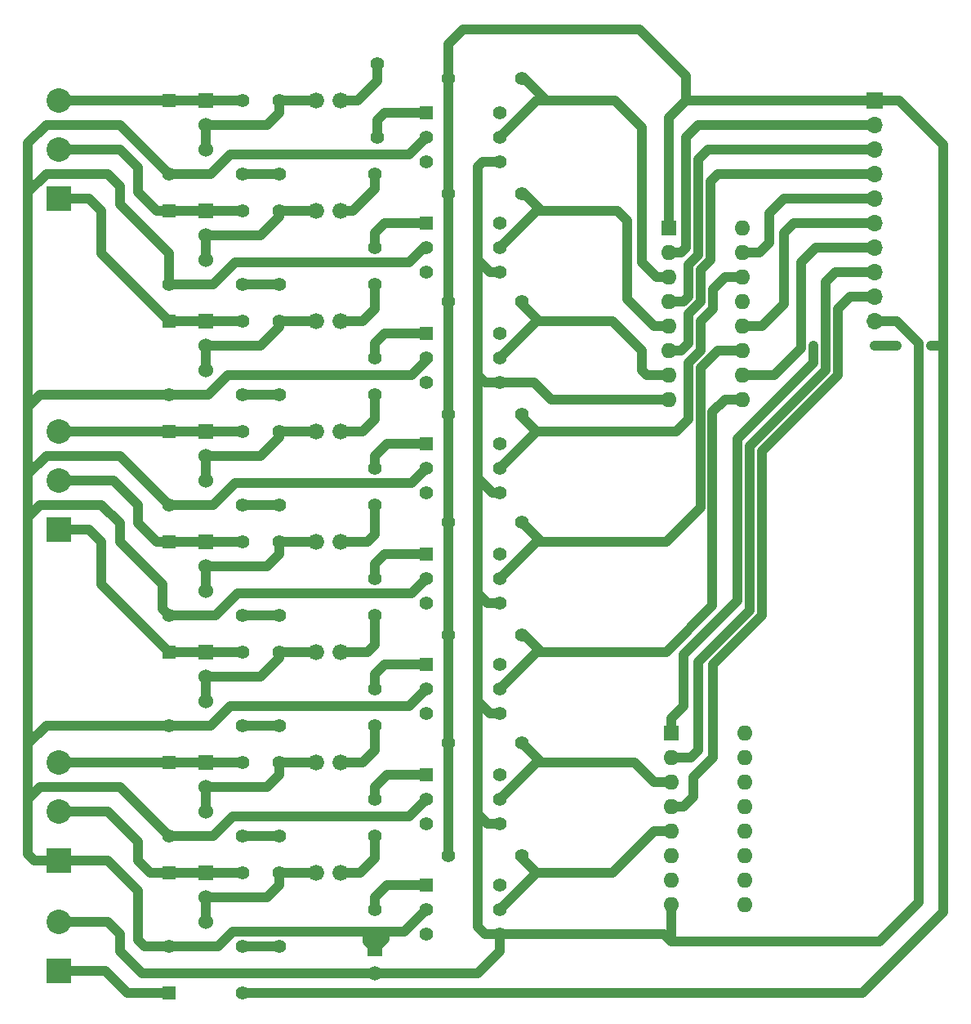
<source format=gbl>
G04 #@! TF.FileFunction,Copper,L2,Bot,Signal*
%FSLAX46Y46*%
G04 Gerber Fmt 4.6, Leading zero omitted, Abs format (unit mm)*
G04 Created by KiCad (PCBNEW 4.0.7-e2-6376~58~ubuntu14.04.1) date Sat Apr  7 11:11:52 2018*
%MOMM*%
%LPD*%
G01*
G04 APERTURE LIST*
%ADD10C,0.150000*%
%ADD11R,1.397000X1.397000*%
%ADD12C,1.397000*%
%ADD13R,1.524000X1.524000*%
%ADD14C,1.524000*%
%ADD15C,1.676400*%
%ADD16R,2.540000X2.540000*%
%ADD17C,2.540000*%
%ADD18R,1.700000X1.700000*%
%ADD19O,1.700000X1.700000*%
%ADD20R,1.600000X1.600000*%
%ADD21O,1.600000X1.600000*%
%ADD22C,0.889000*%
%ADD23C,1.000000*%
G04 APERTURE END LIST*
D10*
D11*
X106680000Y-73660000D03*
D12*
X106680000Y-76200000D03*
X106680000Y-78740000D03*
X114300000Y-78740000D03*
X114300000Y-76200000D03*
X114300000Y-73660000D03*
X116586000Y-70104000D03*
X108966000Y-70104000D03*
X101600000Y-68580000D03*
X101600000Y-76200000D03*
X116586000Y-138938000D03*
X108966000Y-138938000D03*
X101346000Y-137160000D03*
X101346000Y-144780000D03*
X116586000Y-150622000D03*
X108966000Y-150622000D03*
X101346000Y-148590000D03*
X101346000Y-156210000D03*
X116586000Y-127762000D03*
X108966000Y-127762000D03*
X101346000Y-125730000D03*
X101346000Y-133350000D03*
X116586000Y-116078000D03*
X108966000Y-116078000D03*
X101346000Y-114300000D03*
X101346000Y-121920000D03*
X116586000Y-104902000D03*
X108966000Y-104902000D03*
X101346000Y-102870000D03*
X101346000Y-110490000D03*
X116586000Y-93218000D03*
X108966000Y-93218000D03*
X101346000Y-91440000D03*
X101346000Y-99060000D03*
X116586000Y-82042000D03*
X108966000Y-82042000D03*
X101346000Y-80010000D03*
X101346000Y-87630000D03*
D13*
X83820000Y-72390000D03*
D14*
X83820000Y-74930000D03*
X83820000Y-77470000D03*
D15*
X95250000Y-129540000D03*
X97790000Y-129540000D03*
X95250000Y-95250000D03*
X97790000Y-95250000D03*
X95250000Y-140970000D03*
X97790000Y-140970000D03*
X95250000Y-83820000D03*
X97790000Y-83820000D03*
X95250000Y-106680000D03*
X97790000Y-106680000D03*
X95250000Y-72390000D03*
X97790000Y-72390000D03*
X95250000Y-152400000D03*
X97790000Y-152400000D03*
X95250000Y-118110000D03*
X97790000Y-118110000D03*
D11*
X106680000Y-153670000D03*
D12*
X106680000Y-156210000D03*
X106680000Y-158750000D03*
X114300000Y-158750000D03*
X114300000Y-156210000D03*
X114300000Y-153670000D03*
D11*
X106680000Y-142240000D03*
D12*
X106680000Y-144780000D03*
X106680000Y-147320000D03*
X114300000Y-147320000D03*
X114300000Y-144780000D03*
X114300000Y-142240000D03*
D11*
X106680000Y-96520000D03*
D12*
X106680000Y-99060000D03*
X106680000Y-101600000D03*
X114300000Y-101600000D03*
X114300000Y-99060000D03*
X114300000Y-96520000D03*
D11*
X106680000Y-130810000D03*
D12*
X106680000Y-133350000D03*
X106680000Y-135890000D03*
X114300000Y-135890000D03*
X114300000Y-133350000D03*
X114300000Y-130810000D03*
D11*
X106680000Y-85090000D03*
D12*
X106680000Y-87630000D03*
X106680000Y-90170000D03*
X114300000Y-90170000D03*
X114300000Y-87630000D03*
X114300000Y-85090000D03*
D11*
X106680000Y-119380000D03*
D12*
X106680000Y-121920000D03*
X106680000Y-124460000D03*
X114300000Y-124460000D03*
X114300000Y-121920000D03*
X114300000Y-119380000D03*
D11*
X106680000Y-107950000D03*
D12*
X106680000Y-110490000D03*
X106680000Y-113030000D03*
X114300000Y-113030000D03*
X114300000Y-110490000D03*
X114300000Y-107950000D03*
D11*
X80010000Y-129540000D03*
D12*
X80010000Y-137160000D03*
D11*
X80010000Y-118110000D03*
D12*
X80010000Y-125730000D03*
D11*
X80010000Y-72390000D03*
D12*
X80010000Y-80010000D03*
D11*
X80010000Y-152400000D03*
D12*
X80010000Y-160020000D03*
D11*
X80010000Y-106680000D03*
D12*
X80010000Y-114300000D03*
D11*
X80010000Y-95250000D03*
D12*
X80010000Y-102870000D03*
D11*
X80010000Y-140970000D03*
D12*
X80010000Y-148590000D03*
D11*
X80010000Y-83820000D03*
D12*
X80010000Y-91440000D03*
D13*
X83820000Y-118110000D03*
D14*
X83820000Y-120650000D03*
X83820000Y-123190000D03*
D13*
X83820000Y-129540000D03*
D14*
X83820000Y-132080000D03*
X83820000Y-134620000D03*
D13*
X83820000Y-140970000D03*
D14*
X83820000Y-143510000D03*
X83820000Y-146050000D03*
D13*
X83820000Y-152400000D03*
D14*
X83820000Y-154940000D03*
X83820000Y-157480000D03*
D11*
X80010000Y-164846000D03*
D12*
X87630000Y-164846000D03*
D16*
X68580000Y-151130000D03*
D17*
X68580000Y-146050000D03*
X68580000Y-140970000D03*
D16*
X68580000Y-116840000D03*
D17*
X68580000Y-111760000D03*
X68580000Y-106680000D03*
D16*
X68580000Y-82550000D03*
D17*
X68580000Y-77470000D03*
X68580000Y-72390000D03*
D16*
X68580000Y-162560000D03*
D17*
X68580000Y-157480000D03*
D13*
X83820000Y-83820000D03*
D14*
X83820000Y-86360000D03*
X83820000Y-88900000D03*
D13*
X83820000Y-95250000D03*
D14*
X83820000Y-97790000D03*
X83820000Y-100330000D03*
D13*
X83820000Y-106680000D03*
D14*
X83820000Y-109220000D03*
X83820000Y-111760000D03*
D12*
X87630000Y-72390000D03*
X87630000Y-80010000D03*
X91440000Y-72390000D03*
X91440000Y-80010000D03*
X87630000Y-83820000D03*
X87630000Y-91440000D03*
X91440000Y-83820000D03*
X91440000Y-91440000D03*
X87630000Y-95250000D03*
X87630000Y-102870000D03*
X91440000Y-95250000D03*
X91440000Y-102870000D03*
X87630000Y-106680000D03*
X87630000Y-114300000D03*
X91440000Y-106680000D03*
X91440000Y-114300000D03*
X87630000Y-118110000D03*
X87630000Y-125730000D03*
X91440000Y-118110000D03*
X91440000Y-125730000D03*
X87630000Y-129540000D03*
X87630000Y-137160000D03*
X91440000Y-129540000D03*
X91440000Y-137160000D03*
X87630000Y-152400000D03*
X87630000Y-160020000D03*
X91440000Y-152400000D03*
X91440000Y-160020000D03*
X87630000Y-140970000D03*
X87630000Y-148590000D03*
X91440000Y-140970000D03*
X91440000Y-148590000D03*
D13*
X101346000Y-160274000D03*
D14*
X101346000Y-162814000D03*
D18*
X153162000Y-72390000D03*
D19*
X153162000Y-74930000D03*
X153162000Y-77470000D03*
X153162000Y-80010000D03*
X153162000Y-82550000D03*
X153162000Y-85090000D03*
X153162000Y-87630000D03*
X153162000Y-90170000D03*
X153162000Y-92710000D03*
X153162000Y-95250000D03*
D20*
X131826000Y-85598000D03*
D21*
X139446000Y-103378000D03*
X131826000Y-88138000D03*
X139446000Y-100838000D03*
X131826000Y-90678000D03*
X139446000Y-98298000D03*
X131826000Y-93218000D03*
X139446000Y-95758000D03*
X131826000Y-95758000D03*
X139446000Y-93218000D03*
X131826000Y-98298000D03*
X139446000Y-90678000D03*
X131826000Y-100838000D03*
X139446000Y-88138000D03*
X131826000Y-103378000D03*
X139446000Y-85598000D03*
D20*
X132080000Y-137922000D03*
D21*
X139700000Y-155702000D03*
X132080000Y-140462000D03*
X139700000Y-153162000D03*
X132080000Y-143002000D03*
X139700000Y-150622000D03*
X132080000Y-145542000D03*
X139700000Y-148082000D03*
X132080000Y-148082000D03*
X139700000Y-145542000D03*
X132080000Y-150622000D03*
X139700000Y-143002000D03*
X132080000Y-153162000D03*
X139700000Y-140462000D03*
X132080000Y-155702000D03*
X139700000Y-137922000D03*
D22*
X159004000Y-97790000D03*
X155448000Y-97790000D03*
X153162000Y-97790000D03*
X146796002Y-97790000D03*
D23*
X101346000Y-160274000D02*
X102362000Y-159258000D01*
X102362000Y-159258000D02*
X102362000Y-158496000D01*
X102362000Y-158496000D02*
X102362000Y-158750000D01*
X102362000Y-158750000D02*
X102362000Y-158496000D01*
X101346000Y-158496000D02*
X101346000Y-160274000D01*
X101346000Y-160274000D02*
X100584000Y-159512000D01*
X100584000Y-159512000D02*
X100584000Y-158496000D01*
X80010000Y-160020000D02*
X85090000Y-160020000D01*
X104394000Y-158496000D02*
X106680000Y-156210000D01*
X102362000Y-158496000D02*
X104394000Y-158496000D01*
X86614000Y-158496000D02*
X100584000Y-158496000D01*
X100584000Y-158496000D02*
X101346000Y-158496000D01*
X101346000Y-158496000D02*
X102362000Y-158496000D01*
X85090000Y-160020000D02*
X86614000Y-158496000D01*
X80010000Y-148590000D02*
X84582000Y-148590000D01*
X104902000Y-146558000D02*
X106680000Y-144780000D01*
X86614000Y-146558000D02*
X104902000Y-146558000D01*
X84582000Y-148590000D02*
X86614000Y-146558000D01*
X80010000Y-137160000D02*
X84328000Y-137160000D01*
X104902000Y-135128000D02*
X106680000Y-133350000D01*
X86360000Y-135128000D02*
X104902000Y-135128000D01*
X84328000Y-137160000D02*
X86360000Y-135128000D01*
X80010000Y-125730000D02*
X84836000Y-125730000D01*
X105156000Y-123444000D02*
X106680000Y-121920000D01*
X87122000Y-123444000D02*
X105156000Y-123444000D01*
X84836000Y-125730000D02*
X87122000Y-123444000D01*
X80010000Y-114300000D02*
X84582000Y-114300000D01*
X105156000Y-112014000D02*
X106680000Y-110490000D01*
X86868000Y-112014000D02*
X105156000Y-112014000D01*
X84582000Y-114300000D02*
X86868000Y-112014000D01*
X80010000Y-102870000D02*
X84074000Y-102870000D01*
X105156000Y-100838000D02*
X106680000Y-99314000D01*
X104394000Y-100838000D02*
X105156000Y-100838000D01*
X86106000Y-100838000D02*
X104394000Y-100838000D01*
X84074000Y-102870000D02*
X86106000Y-100838000D01*
X106680000Y-99314000D02*
X106680000Y-99060000D01*
X80010000Y-91440000D02*
X84582000Y-91440000D01*
X104902000Y-89154000D02*
X106426000Y-87630000D01*
X86868000Y-89154000D02*
X104902000Y-89154000D01*
X84582000Y-91440000D02*
X86868000Y-89154000D01*
X106426000Y-87630000D02*
X106680000Y-87630000D01*
X80010000Y-80010000D02*
X84328000Y-80010000D01*
X84328000Y-80010000D02*
X86360000Y-77978000D01*
X86360000Y-77978000D02*
X103124000Y-77978000D01*
X103124000Y-77978000D02*
X104902000Y-77978000D01*
X104902000Y-77978000D02*
X106680000Y-76200000D01*
X77470000Y-160020000D02*
X80010000Y-160020000D01*
X65405000Y-145415000D02*
X65405000Y-144780000D01*
X74930000Y-143510000D02*
X80010000Y-148590000D01*
X66675000Y-143510000D02*
X74930000Y-143510000D01*
X65405000Y-144780000D02*
X66675000Y-143510000D01*
X65405000Y-140335000D02*
X65405000Y-139065000D01*
X67310000Y-137160000D02*
X80010000Y-137160000D01*
X65405000Y-139065000D02*
X67310000Y-137160000D01*
X65405000Y-115570000D02*
X66675000Y-114300000D01*
X79375000Y-125095000D02*
X80010000Y-125730000D01*
X79375000Y-122555000D02*
X79375000Y-125095000D01*
X74930000Y-118110000D02*
X79375000Y-122555000D01*
X74930000Y-116205000D02*
X74930000Y-118110000D01*
X73025000Y-114300000D02*
X74930000Y-116205000D01*
X66675000Y-114300000D02*
X73025000Y-114300000D01*
X65405000Y-111125000D02*
X67310000Y-109220000D01*
X74930000Y-109220000D02*
X80010000Y-114300000D01*
X67310000Y-109220000D02*
X74930000Y-109220000D01*
X65405000Y-104140000D02*
X66675000Y-102870000D01*
X66675000Y-102870000D02*
X80010000Y-102870000D01*
X65405000Y-81915000D02*
X67310000Y-80010000D01*
X80010000Y-88265000D02*
X80010000Y-91440000D01*
X74930000Y-83185000D02*
X80010000Y-88265000D01*
X74930000Y-81280000D02*
X74930000Y-83185000D01*
X73660000Y-80010000D02*
X74930000Y-81280000D01*
X67310000Y-80010000D02*
X73660000Y-80010000D01*
X74930000Y-74930000D02*
X80010000Y-80010000D01*
X67310000Y-74930000D02*
X74930000Y-74930000D01*
X65405000Y-76835000D02*
X67310000Y-74930000D01*
X65405000Y-111125000D02*
X65405000Y-104140000D01*
X65405000Y-104140000D02*
X65405000Y-81915000D01*
X65405000Y-81915000D02*
X65405000Y-76835000D01*
X76835000Y-159385000D02*
X77470000Y-160020000D01*
X65405000Y-115570000D02*
X65405000Y-111125000D01*
X76835000Y-154305000D02*
X76835000Y-159385000D01*
X65405000Y-140335000D02*
X65405000Y-115570000D01*
X73660000Y-151130000D02*
X76835000Y-154305000D01*
X65405000Y-145415000D02*
X65405000Y-140335000D01*
X65405000Y-150495000D02*
X65405000Y-145415000D01*
X68580000Y-151130000D02*
X73660000Y-151130000D01*
X68580000Y-151130000D02*
X66040000Y-151130000D01*
X66040000Y-151130000D02*
X65405000Y-150495000D01*
X68580000Y-72390000D02*
X80010000Y-72390000D01*
X80010000Y-72390000D02*
X83820000Y-72390000D01*
X83820000Y-72390000D02*
X87630000Y-72390000D01*
X91440000Y-72390000D02*
X95250000Y-72390000D01*
X83820000Y-77470000D02*
X83820000Y-74930000D01*
X83820000Y-74930000D02*
X90170000Y-74930000D01*
X90170000Y-74930000D02*
X91440000Y-73660000D01*
X91440000Y-73660000D02*
X91440000Y-72390000D01*
X97790000Y-72390000D02*
X99568000Y-72390000D01*
X101600000Y-70358000D02*
X101600000Y-68580000D01*
X99568000Y-72390000D02*
X101600000Y-70358000D01*
X68580000Y-77470000D02*
X74930000Y-77470000D01*
X78740000Y-83820000D02*
X87630000Y-83820000D01*
X76835000Y-81915000D02*
X78740000Y-83820000D01*
X76835000Y-79375000D02*
X76835000Y-81915000D01*
X74930000Y-77470000D02*
X76835000Y-79375000D01*
X68580000Y-82550000D02*
X71755000Y-82550000D01*
X71755000Y-82550000D02*
X73025000Y-83820000D01*
X80010000Y-95250000D02*
X87630000Y-95250000D01*
X73025000Y-88265000D02*
X80010000Y-95250000D01*
X73025000Y-83820000D02*
X73025000Y-88265000D01*
X68580000Y-106680000D02*
X87630000Y-106680000D01*
X68580000Y-111760000D02*
X74295000Y-111760000D01*
X78740000Y-118110000D02*
X87630000Y-118110000D01*
X76835000Y-116205000D02*
X78740000Y-118110000D01*
X76835000Y-114300000D02*
X76835000Y-116205000D01*
X74295000Y-111760000D02*
X76835000Y-114300000D01*
X68580000Y-116840000D02*
X71755000Y-116840000D01*
X71755000Y-116840000D02*
X73025000Y-118110000D01*
X73025000Y-118110000D02*
X73025000Y-122555000D01*
X73025000Y-122555000D02*
X80010000Y-129540000D01*
X80010000Y-129540000D02*
X87630000Y-129540000D01*
X73660000Y-146050000D02*
X76835000Y-149225000D01*
X68580000Y-146050000D02*
X73660000Y-146050000D01*
X78105000Y-152400000D02*
X87630000Y-152400000D01*
X76835000Y-151130000D02*
X78105000Y-152400000D01*
X76835000Y-149225000D02*
X76835000Y-151130000D01*
X68580000Y-140970000D02*
X87630000Y-140970000D01*
X91440000Y-83820000D02*
X95250000Y-83820000D01*
X83820000Y-88900000D02*
X83820000Y-86360000D01*
X83820000Y-86360000D02*
X89535000Y-86360000D01*
X89535000Y-86360000D02*
X91440000Y-84455000D01*
X91440000Y-84455000D02*
X91440000Y-83820000D01*
X97790000Y-83820000D02*
X99060000Y-83820000D01*
X101346000Y-81534000D02*
X101346000Y-80010000D01*
X99060000Y-83820000D02*
X101346000Y-81534000D01*
X91440000Y-95250000D02*
X95250000Y-95250000D01*
X83820000Y-100330000D02*
X83820000Y-97790000D01*
X83820000Y-97790000D02*
X89535000Y-97790000D01*
X89535000Y-97790000D02*
X91440000Y-95885000D01*
X91440000Y-95885000D02*
X91440000Y-95250000D01*
X97790000Y-95250000D02*
X100076000Y-95250000D01*
X101346000Y-93980000D02*
X101346000Y-91440000D01*
X100076000Y-95250000D02*
X101346000Y-93980000D01*
X91440000Y-106680000D02*
X95250000Y-106680000D01*
X83820000Y-111760000D02*
X83820000Y-109220000D01*
X83820000Y-109220000D02*
X89535000Y-109220000D01*
X89535000Y-109220000D02*
X91440000Y-107315000D01*
X91440000Y-107315000D02*
X91440000Y-106680000D01*
X97790000Y-106680000D02*
X100076000Y-106680000D01*
X101346000Y-105410000D02*
X101346000Y-102870000D01*
X100076000Y-106680000D02*
X101346000Y-105410000D01*
X91440000Y-118110000D02*
X95250000Y-118110000D01*
X83820000Y-120650000D02*
X90170000Y-120650000D01*
X91440000Y-119380000D02*
X91440000Y-118110000D01*
X90170000Y-120650000D02*
X91440000Y-119380000D01*
X83820000Y-123190000D02*
X83820000Y-120650000D01*
X97790000Y-118110000D02*
X100584000Y-118110000D01*
X101346000Y-117348000D02*
X101346000Y-114300000D01*
X100584000Y-118110000D02*
X101346000Y-117348000D01*
X91440000Y-129540000D02*
X95250000Y-129540000D01*
X83820000Y-134620000D02*
X83820000Y-132080000D01*
X83820000Y-132080000D02*
X89535000Y-132080000D01*
X89535000Y-132080000D02*
X91440000Y-130175000D01*
X91440000Y-130175000D02*
X91440000Y-129540000D01*
X97790000Y-129540000D02*
X100584000Y-129540000D01*
X101346000Y-128778000D02*
X101346000Y-125730000D01*
X100584000Y-129540000D02*
X101346000Y-128778000D01*
X83820000Y-154940000D02*
X90170000Y-154940000D01*
X91440000Y-153670000D02*
X91440000Y-152400000D01*
X90170000Y-154940000D02*
X91440000Y-153670000D01*
X91440000Y-152400000D02*
X95250000Y-152400000D01*
X83820000Y-157480000D02*
X83820000Y-154940000D01*
X97790000Y-152400000D02*
X99822000Y-152400000D01*
X101346000Y-150876000D02*
X101346000Y-148590000D01*
X99822000Y-152400000D02*
X101346000Y-150876000D01*
X91440000Y-140970000D02*
X95250000Y-140970000D01*
X83820000Y-146050000D02*
X83820000Y-143510000D01*
X83820000Y-143510000D02*
X90170000Y-143510000D01*
X90170000Y-143510000D02*
X91440000Y-142240000D01*
X91440000Y-142240000D02*
X91440000Y-140970000D01*
X97790000Y-140970000D02*
X100076000Y-140970000D01*
X101346000Y-139700000D02*
X101346000Y-137160000D01*
X100076000Y-140970000D02*
X101346000Y-139700000D01*
X68580000Y-162560000D02*
X73406000Y-162560000D01*
X75692000Y-164846000D02*
X80010000Y-164846000D01*
X73406000Y-162560000D02*
X75692000Y-164846000D01*
X101600000Y-76200000D02*
X101600000Y-74422000D01*
X102362000Y-73660000D02*
X106680000Y-73660000D01*
X101600000Y-74422000D02*
X102362000Y-73660000D01*
X131826000Y-103378000D02*
X119634000Y-103378000D01*
X117856000Y-101600000D02*
X114300000Y-101600000D01*
X119634000Y-103378000D02*
X117856000Y-101600000D01*
X101346000Y-162814000D02*
X112014000Y-162814000D01*
X114300000Y-160528000D02*
X114300000Y-158750000D01*
X112014000Y-162814000D02*
X114300000Y-160528000D01*
X68580000Y-157480000D02*
X73660000Y-157480000D01*
X77216000Y-162814000D02*
X101346000Y-162814000D01*
X74930000Y-160528000D02*
X77216000Y-162814000D01*
X74930000Y-158750000D02*
X74930000Y-160528000D01*
X73660000Y-157480000D02*
X74930000Y-158750000D01*
X114300000Y-158750000D02*
X131318000Y-158750000D01*
X131318000Y-158750000D02*
X132080000Y-159512000D01*
X114300000Y-101600000D02*
X112776000Y-101600000D01*
X112776000Y-101600000D02*
X112014000Y-100838000D01*
X114300000Y-90170000D02*
X113284000Y-90170000D01*
X113284000Y-90170000D02*
X112014000Y-88900000D01*
X114300000Y-113030000D02*
X113538000Y-113030000D01*
X113538000Y-113030000D02*
X112014000Y-111506000D01*
X114300000Y-124460000D02*
X113030000Y-124460000D01*
X113030000Y-124460000D02*
X112014000Y-123444000D01*
X114300000Y-135890000D02*
X113284000Y-135890000D01*
X113284000Y-135890000D02*
X112014000Y-134620000D01*
X114300000Y-147320000D02*
X113030000Y-147320000D01*
X113030000Y-147320000D02*
X112014000Y-146304000D01*
X114300000Y-78740000D02*
X112522000Y-78740000D01*
X112776000Y-158750000D02*
X114300000Y-158750000D01*
X112014000Y-146304000D02*
X112014000Y-157988000D01*
X112014000Y-157988000D02*
X112776000Y-158750000D01*
X112014000Y-79248000D02*
X112014000Y-88900000D01*
X112014000Y-88900000D02*
X112014000Y-100838000D01*
X112014000Y-100838000D02*
X112014000Y-111506000D01*
X112014000Y-111506000D02*
X112014000Y-123444000D01*
X112014000Y-123444000D02*
X112014000Y-134620000D01*
X112014000Y-134620000D02*
X112014000Y-146304000D01*
X112522000Y-78740000D02*
X112014000Y-79248000D01*
X132080000Y-159512000D02*
X153670000Y-159512000D01*
X153670000Y-159512000D02*
X157734000Y-155448000D01*
X157734000Y-155448000D02*
X157734000Y-97536000D01*
X157734000Y-97536000D02*
X155448000Y-95250000D01*
X155448000Y-95250000D02*
X153162000Y-95250000D01*
X132080000Y-159512000D02*
X132080000Y-155702000D01*
X116586000Y-70104000D02*
X116840000Y-70104000D01*
X116840000Y-70104000D02*
X119126000Y-72390000D01*
X116586000Y-73914000D02*
X118110000Y-72390000D01*
X119380000Y-72390000D02*
X119126000Y-72390000D01*
X119126000Y-72390000D02*
X126238000Y-72390000D01*
X130556000Y-90678000D02*
X131826000Y-90678000D01*
X129032000Y-89154000D02*
X130556000Y-90678000D01*
X129032000Y-75184000D02*
X129032000Y-89154000D01*
X126238000Y-72390000D02*
X129032000Y-75184000D01*
X118110000Y-72390000D02*
X119380000Y-72390000D01*
X116586000Y-73914000D02*
X114300000Y-76200000D01*
X101346000Y-87630000D02*
X101346000Y-86106000D01*
X102362000Y-85090000D02*
X106680000Y-85090000D01*
X101346000Y-86106000D02*
X102362000Y-85090000D01*
X116586000Y-82042000D02*
X116840000Y-82042000D01*
X116840000Y-82042000D02*
X118618000Y-83820000D01*
X119380000Y-83820000D02*
X118618000Y-83820000D01*
X118618000Y-83820000D02*
X118110000Y-83820000D01*
X126492000Y-83820000D02*
X127508000Y-84836000D01*
X127508000Y-84836000D02*
X127508000Y-92964000D01*
X127508000Y-92964000D02*
X130302000Y-95758000D01*
X131826000Y-95758000D02*
X130302000Y-95758000D01*
X119380000Y-83820000D02*
X126492000Y-83820000D01*
X118110000Y-83820000D02*
X116840000Y-85090000D01*
X116840000Y-85090000D02*
X114300000Y-87630000D01*
X101346000Y-99060000D02*
X101346000Y-97536000D01*
X102362000Y-96520000D02*
X106680000Y-96520000D01*
X101346000Y-97536000D02*
X102362000Y-96520000D01*
X116586000Y-93472000D02*
X118364000Y-95250000D01*
X116586000Y-93218000D02*
X116586000Y-93472000D01*
X119380000Y-95250000D02*
X118364000Y-95250000D01*
X118364000Y-95250000D02*
X118110000Y-95250000D01*
X125984000Y-95250000D02*
X129032000Y-98298000D01*
X129032000Y-98298000D02*
X129032000Y-100330000D01*
X129032000Y-100330000D02*
X129540000Y-100838000D01*
X131826000Y-100838000D02*
X129540000Y-100838000D01*
X119380000Y-95250000D02*
X125984000Y-95250000D01*
X118110000Y-95250000D02*
X114300000Y-99060000D01*
X101346000Y-110490000D02*
X101346000Y-109220000D01*
X102616000Y-107950000D02*
X106680000Y-107950000D01*
X101346000Y-109220000D02*
X102616000Y-107950000D01*
X116586000Y-104902000D02*
X116586000Y-105156000D01*
X116586000Y-105156000D02*
X118110000Y-106680000D01*
X119380000Y-106680000D02*
X118110000Y-106680000D01*
X132588000Y-106680000D02*
X133858000Y-105410000D01*
X133858000Y-105410000D02*
X133858000Y-99568000D01*
X133858000Y-99568000D02*
X135125713Y-98300287D01*
X135125713Y-98300287D02*
X135125713Y-95252287D01*
X135125713Y-95252287D02*
X136398000Y-93980000D01*
X136398000Y-93980000D02*
X136398000Y-91948000D01*
X136398000Y-91948000D02*
X137668000Y-90678000D01*
X139446000Y-90678000D02*
X137668000Y-90678000D01*
X119380000Y-106680000D02*
X132588000Y-106680000D01*
X118110000Y-106680000D02*
X114300000Y-110490000D01*
X101346000Y-121920000D02*
X101346000Y-120396000D01*
X102362000Y-119380000D02*
X106680000Y-119380000D01*
X101346000Y-120396000D02*
X102362000Y-119380000D01*
X116586000Y-116078000D02*
X118618000Y-118110000D01*
X118618000Y-118110000D02*
X118110000Y-118110000D01*
X119380000Y-118110000D02*
X118110000Y-118110000D01*
X131572000Y-118110000D02*
X135112002Y-114569998D01*
X135112002Y-114569998D02*
X135112002Y-100091998D01*
X135112002Y-100091998D02*
X136906000Y-98298000D01*
X139446000Y-98298000D02*
X136906000Y-98298000D01*
X119380000Y-118110000D02*
X131572000Y-118110000D01*
X118110000Y-118110000D02*
X114300000Y-121920000D01*
X101346000Y-133350000D02*
X101346000Y-131826000D01*
X102362000Y-130810000D02*
X106680000Y-130810000D01*
X101346000Y-131826000D02*
X102362000Y-130810000D01*
X116586000Y-127762000D02*
X116840000Y-127762000D01*
X116840000Y-127762000D02*
X118618000Y-129540000D01*
X118618000Y-129540000D02*
X118110000Y-129540000D01*
X119380000Y-129540000D02*
X118110000Y-129540000D01*
X131572000Y-129540000D02*
X136366004Y-124745996D01*
X136366004Y-124745996D02*
X136366004Y-104679996D01*
X136366004Y-104679996D02*
X137668000Y-103378000D01*
X139446000Y-103378000D02*
X137668000Y-103378000D01*
X119380000Y-129540000D02*
X131572000Y-129540000D01*
X118110000Y-129540000D02*
X114300000Y-133350000D01*
X101346000Y-144780000D02*
X101346000Y-143510000D01*
X102616000Y-142240000D02*
X106680000Y-142240000D01*
X101346000Y-143510000D02*
X102616000Y-142240000D01*
X116586000Y-138938000D02*
X118618000Y-140970000D01*
X118618000Y-140970000D02*
X118110000Y-140970000D01*
X119380000Y-140970000D02*
X118110000Y-140970000D01*
X128270000Y-140970000D02*
X130302000Y-143002000D01*
X132080000Y-143002000D02*
X130302000Y-143002000D01*
X119380000Y-140970000D02*
X128270000Y-140970000D01*
X118110000Y-140970000D02*
X114300000Y-144780000D01*
X101346000Y-156210000D02*
X101346000Y-154940000D01*
X102616000Y-153670000D02*
X106680000Y-153670000D01*
X101346000Y-154940000D02*
X102616000Y-153670000D01*
X116586000Y-150622000D02*
X116586000Y-150876000D01*
X116586000Y-150876000D02*
X118110000Y-152400000D01*
X119380000Y-152400000D02*
X118110000Y-152400000D01*
X125984000Y-152400000D02*
X130302000Y-148082000D01*
X132080000Y-148082000D02*
X130302000Y-148082000D01*
X119380000Y-152400000D02*
X125984000Y-152400000D01*
X118110000Y-152400000D02*
X114300000Y-156210000D01*
X131826000Y-88138000D02*
X133096000Y-88138000D01*
X134874000Y-74930000D02*
X153162000Y-74930000D01*
X133604000Y-76200000D02*
X134874000Y-74930000D01*
X133604000Y-87630000D02*
X133604000Y-76200000D01*
X133096000Y-88138000D02*
X133604000Y-87630000D01*
X131826000Y-93218000D02*
X133350000Y-93218000D01*
X135890000Y-77470000D02*
X153162000Y-77470000D01*
X134874000Y-78486000D02*
X135890000Y-77470000D01*
X134874000Y-88392000D02*
X134874000Y-78486000D01*
X133858000Y-89408000D02*
X134874000Y-88392000D01*
X133858000Y-92710000D02*
X133858000Y-89408000D01*
X133350000Y-93218000D02*
X133858000Y-92710000D01*
X131826000Y-98298000D02*
X133096000Y-98298000D01*
X136906000Y-80010000D02*
X153162000Y-80010000D01*
X136128002Y-80787998D02*
X136906000Y-80010000D01*
X136128002Y-88915998D02*
X136128002Y-80787998D01*
X135112002Y-89931998D02*
X136128002Y-88915998D01*
X135112002Y-93233998D02*
X135112002Y-89931998D01*
X133858000Y-94488000D02*
X135112002Y-93233998D01*
X133858000Y-97536000D02*
X133858000Y-94488000D01*
X133096000Y-98298000D02*
X133858000Y-97536000D01*
X139446000Y-88138000D02*
X141224000Y-88138000D01*
X143764000Y-82550000D02*
X153162000Y-82550000D01*
X142240000Y-84074000D02*
X143764000Y-82550000D01*
X142240000Y-87122000D02*
X142240000Y-84074000D01*
X141224000Y-88138000D02*
X142240000Y-87122000D01*
X139446000Y-95758000D02*
X141478000Y-95758000D01*
X144780000Y-85090000D02*
X153162000Y-85090000D01*
X143764000Y-86106000D02*
X144780000Y-85090000D01*
X143764000Y-93472000D02*
X143764000Y-86106000D01*
X141478000Y-95758000D02*
X143764000Y-93472000D01*
X139446000Y-100838000D02*
X142748000Y-100838000D01*
X147066000Y-87630000D02*
X153162000Y-87630000D01*
X145542000Y-89154000D02*
X147066000Y-87630000D01*
X145542000Y-98044000D02*
X145542000Y-89154000D01*
X142748000Y-100838000D02*
X145542000Y-98044000D01*
X132080000Y-140462000D02*
X134112000Y-140462000D01*
X149098000Y-90170000D02*
X153162000Y-90170000D01*
X148082000Y-91186000D02*
X149098000Y-90170000D01*
X148082000Y-100330000D02*
X148082000Y-91186000D01*
X140208000Y-108204000D02*
X148082000Y-100330000D01*
X140208000Y-125222000D02*
X140208000Y-108204000D01*
X134874000Y-130556000D02*
X140208000Y-125222000D01*
X134874000Y-139700000D02*
X134874000Y-130556000D01*
X134112000Y-140462000D02*
X134874000Y-139700000D01*
X132080000Y-145542000D02*
X133350000Y-145542000D01*
X150622000Y-92710000D02*
X153162000Y-92710000D01*
X149336002Y-93995998D02*
X150622000Y-92710000D01*
X149336002Y-100849424D02*
X149336002Y-93995998D01*
X141462002Y-108723424D02*
X149336002Y-100849424D01*
X141462002Y-125745998D02*
X141462002Y-108723424D01*
X136398000Y-130810000D02*
X141462002Y-125745998D01*
X136398000Y-140462000D02*
X136398000Y-130810000D01*
X134366000Y-142494000D02*
X136398000Y-140462000D01*
X134366000Y-144526000D02*
X134366000Y-142494000D01*
X133350000Y-145542000D02*
X134366000Y-144526000D01*
X87630000Y-80010000D02*
X91440000Y-80010000D01*
X87630000Y-91440000D02*
X91440000Y-91440000D01*
X87630000Y-102870000D02*
X91440000Y-102870000D01*
X87630000Y-114300000D02*
X91440000Y-114300000D01*
X87630000Y-125730000D02*
X91440000Y-125730000D01*
X87630000Y-137160000D02*
X91440000Y-137160000D01*
X87630000Y-160020000D02*
X91440000Y-160020000D01*
X87630000Y-148590000D02*
X91440000Y-148590000D01*
X132080000Y-137922000D02*
X132080000Y-136398000D01*
X160274000Y-97790000D02*
X159766000Y-97790000D01*
X159004000Y-97790000D02*
X160274000Y-97790000D01*
X153162000Y-97790000D02*
X155448000Y-97790000D01*
X146796002Y-99583998D02*
X146796002Y-97790000D01*
X138938000Y-107442000D02*
X146796002Y-99583998D01*
X138938000Y-124206000D02*
X138938000Y-107442000D01*
X133350000Y-129794000D02*
X138938000Y-124206000D01*
X133350000Y-135128000D02*
X133350000Y-129794000D01*
X132080000Y-136398000D02*
X133350000Y-135128000D01*
X87630000Y-164846000D02*
X151892000Y-164846000D01*
X155702000Y-72390000D02*
X153162000Y-72390000D01*
X160274000Y-76962000D02*
X155702000Y-72390000D01*
X160274000Y-156464000D02*
X160274000Y-76962000D01*
X151892000Y-164846000D02*
X160274000Y-156464000D01*
X108966000Y-70104000D02*
X108966000Y-82042000D01*
X108966000Y-82042000D02*
X108966000Y-93218000D01*
X108966000Y-93218000D02*
X108966000Y-104902000D01*
X108966000Y-104902000D02*
X108966000Y-116078000D01*
X108966000Y-116078000D02*
X108966000Y-127762000D01*
X108966000Y-127762000D02*
X108966000Y-138938000D01*
X108966000Y-138938000D02*
X108966000Y-150622000D01*
X133604000Y-72390000D02*
X133604000Y-69850000D01*
X108966000Y-66548000D02*
X108966000Y-70104000D01*
X110490000Y-65024000D02*
X108966000Y-66548000D01*
X128778000Y-65024000D02*
X110490000Y-65024000D01*
X133604000Y-69850000D02*
X128778000Y-65024000D01*
X131826000Y-85598000D02*
X131826000Y-74168000D01*
X133604000Y-72390000D02*
X153162000Y-72390000D01*
X131826000Y-74168000D02*
X133604000Y-72390000D01*
M02*

</source>
